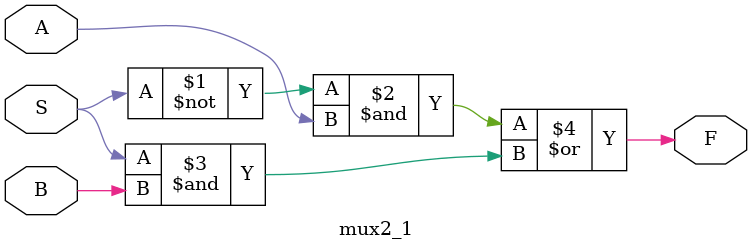
<source format=v>
module mux2_1 (S , A , B , F);
input wire S ;
input wire A ;
input wire B ;
output wire F;
assign F =( ~S & A  ) | (S  & B) ;

    
endmodule
</source>
